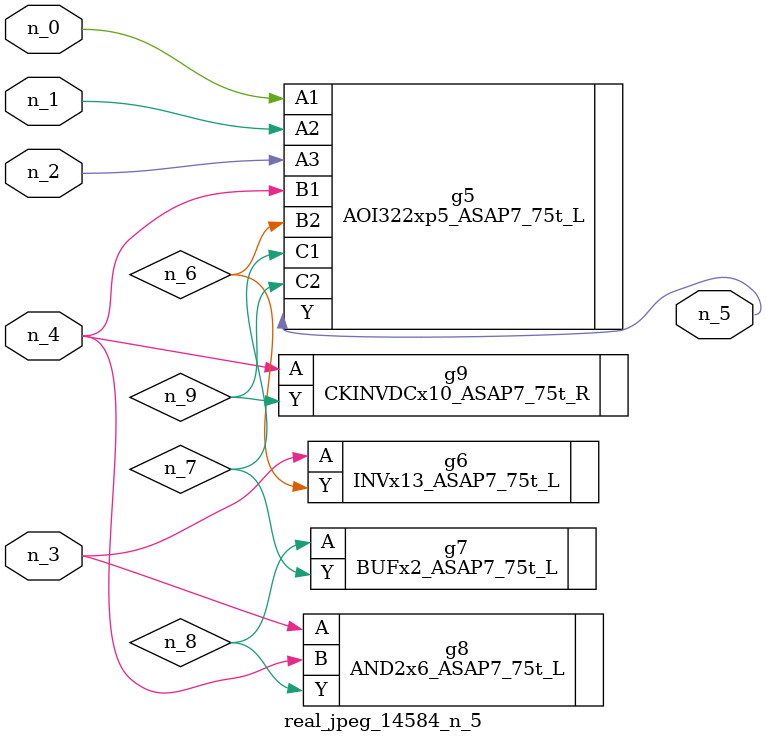
<source format=v>
module real_jpeg_14584_n_5 (n_4, n_0, n_1, n_2, n_3, n_5);

input n_4;
input n_0;
input n_1;
input n_2;
input n_3;

output n_5;

wire n_8;
wire n_6;
wire n_7;
wire n_9;

AOI322xp5_ASAP7_75t_L g5 ( 
.A1(n_0),
.A2(n_1),
.A3(n_2),
.B1(n_4),
.B2(n_6),
.C1(n_7),
.C2(n_9),
.Y(n_5)
);

INVx13_ASAP7_75t_L g6 ( 
.A(n_3),
.Y(n_6)
);

AND2x6_ASAP7_75t_L g8 ( 
.A(n_3),
.B(n_4),
.Y(n_8)
);

CKINVDCx10_ASAP7_75t_R g9 ( 
.A(n_4),
.Y(n_9)
);

BUFx2_ASAP7_75t_L g7 ( 
.A(n_8),
.Y(n_7)
);


endmodule
</source>
